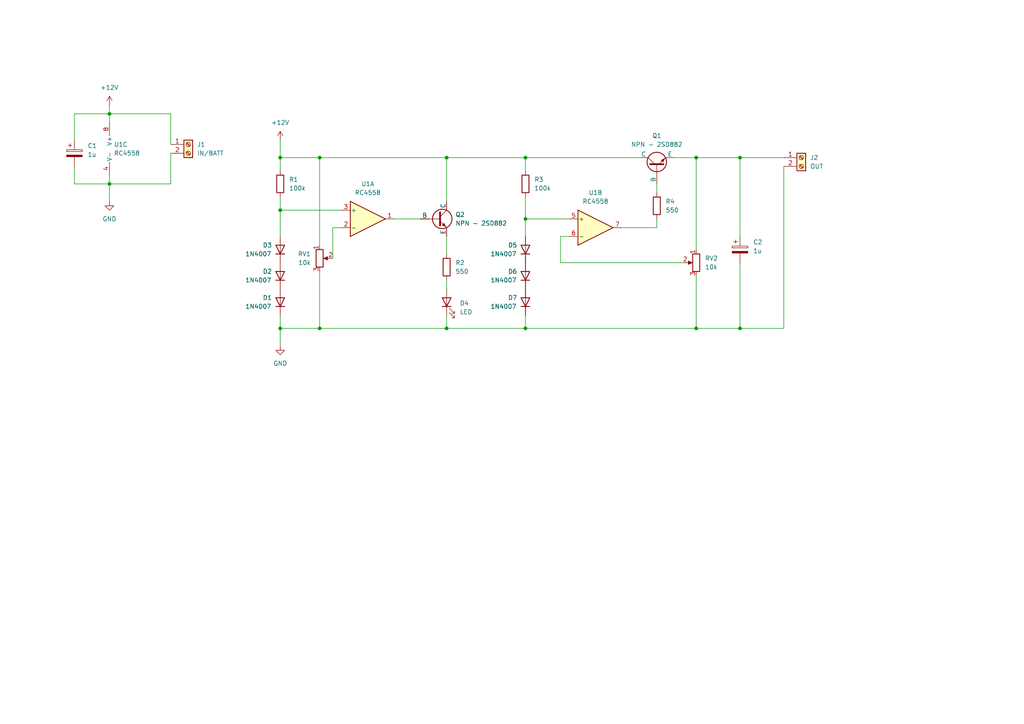
<source format=kicad_sch>
(kicad_sch (version 20230121) (generator eeschema)
  (paper "A4")
  (lib_symbols
    (symbol "Amplifier_Operational:RC4558" (pin_names (offset 0.127))
      (property "Reference" "U" (at 0 5.08 0))
      (property "Value" "RC4558" (at 0 -5.08 0))
      (symbol "RC4558_1_1"
        (polyline (pts (xy -5.08 5.08) (xy 5.08 0) (xy -5.08 -5.08) (xy -5.08 5.08)) (stroke (width 0.254)) (fill (type background)))
        (pin output line (at 7.62 0 180) (length 2.54) (name "~") (number "1"))
        (pin input line (at -7.62 -2.54 0) (length 2.54) (name "-") (number "2"))
        (pin input line (at -7.62 2.54 0) (length 2.54) (name "+") (number "3"))
      )
      (symbol "RC4558_2_1"
        (polyline (pts (xy -5.08 5.08) (xy 5.08 0) (xy -5.08 -5.08) (xy -5.08 5.08)) (stroke (width 0.254)) (fill (type background)))
        (pin input line (at -7.62 2.54 0) (length 2.54) (name "+") (number "5"))
        (pin input line (at -7.62 -2.54 0) (length 2.54) (name "-") (number "6"))
        (pin output line (at 7.62 0 180) (length 2.54) (name "~") (number "7"))
      )
      (symbol "RC4558_3_1"
        (pin power_in line (at -2.54 -7.62 90) (length 3.81) (name "V-") (number "4"))
        (pin power_in line (at -2.54 7.62 270) (length 3.81) (name "V+") (number "8"))
      )
    )
    (symbol "Connector:Screw_Terminal_01x02" (pin_names (offset 1.016) hide)
      (property "Reference" "J" (at 0 2.54 0))
      (property "Value" "Screw_Terminal_01x02" (at 0 -5.08 0))
      (symbol "Screw_Terminal_01x02_1_1"
        (rectangle (start -1.27 1.27) (end 1.27 -3.81) (stroke (width 0.254)) (fill (type background)))
        (circle (center 0 -2.54) (radius 0.635) (stroke (width 0.1524)))
        (polyline (pts (xy -0.5334 -2.2098) (xy 0.3302 -3.048)) (stroke (width 0.1524)))
        (polyline (pts (xy -0.5334 0.3302) (xy 0.3302 -0.508)) (stroke (width 0.1524)))
        (polyline (pts (xy -0.3556 -2.032) (xy 0.508 -2.8702)) (stroke (width 0.1524)))
        (polyline (pts (xy -0.3556 0.508) (xy 0.508 -0.3302)) (stroke (width 0.1524)))
        (circle (center 0 0) (radius 0.635) (stroke (width 0.1524)))
        (pin passive line (at -5.08 0 0) (length 3.81) (name "Pin_1") (number "1"))
        (pin passive line (at -5.08 -2.54 0) (length 3.81) (name "Pin_2") (number "2"))
      )
    )
    (symbol "Device:C_Polarized" (pin_numbers hide) (pin_names (offset 0.254))
      (property "Reference" "C" (at 0.635 2.54 0))
      (property "Value" "C_Polarized" (at 0.635 -2.54 0))
      (symbol "C_Polarized_0_1"
        (rectangle (start -2.286 0.508) (end 2.286 1.016))
        (polyline (pts (xy -1.778 2.286) (xy -0.762 2.286)))
        (polyline (pts (xy -1.27 2.794) (xy -1.27 1.778)))
        (rectangle (start 2.286 -0.508) (end -2.286 -1.016) (fill (type outline)))
      )
      (symbol "C_Polarized_1_1"
        (pin passive line (at 0 3.81 270) (length 2.794) (name "~") (number "1"))
        (pin passive line (at 0 -3.81 90) (length 2.794) (name "~") (number "2"))
      )
    )
    (symbol "Device:LED" (pin_numbers hide) (pin_names (offset 1.016) hide)
      (property "Reference" "D" (at 0 2.54 0))
      (property "Value" "LED" (at 0 -2.54 0))
      (symbol "LED_0_1"
        (polyline (pts (xy -1.27 -1.27) (xy -1.27 1.27)) (stroke (width 0.254)))
        (polyline (pts (xy -1.27 0) (xy 1.27 0)))
        (polyline (pts (xy 1.27 -1.27) (xy 1.27 1.27) (xy -1.27 0) (xy 1.27 -1.27)) (stroke (width 0.254)))
        (polyline (pts (xy -3.048 -0.762) (xy -4.572 -2.286) (xy -3.81 -2.286) (xy -4.572 -2.286) (xy -4.572 -1.524)))
        (polyline (pts (xy -1.778 -0.762) (xy -3.302 -2.286) (xy -2.54 -2.286) (xy -3.302 -2.286) (xy -3.302 -1.524)))
      )
      (symbol "LED_1_1"
        (pin passive line (at -3.81 0 0) (length 2.54) (name "K") (number "1"))
        (pin passive line (at 3.81 0 180) (length 2.54) (name "A") (number "2"))
      )
    )
    (symbol "Device:R" (pin_numbers hide) (pin_names (offset 0))
      (property "Reference" "R" (at 2.032 0 90))
      (property "Value" "R" (at 0 0 90))
      (symbol "R_0_1"
        (rectangle (start -1.016 -2.54) (end 1.016 2.54) (stroke (width 0.254)))
      )
      (symbol "R_1_1"
        (pin passive line (at 0 3.81 270) (length 1.27) (name "~") (number "1"))
        (pin passive line (at 0 -3.81 90) (length 1.27) (name "~") (number "2"))
      )
    )
    (symbol "Device:R_Potentiometer" (pin_names (offset 1.016) hide)
      (property "Reference" "RV" (at -4.445 0 90))
      (property "Value" "R_Potentiometer" (at -2.54 0 90))
      (symbol "R_Potentiometer_0_1"
        (polyline (pts (xy 2.54 0) (xy 1.524 0)))
        (polyline (pts (xy 1.143 0) (xy 2.286 0.508) (xy 2.286 -0.508) (xy 1.143 0)) (fill (type outline)))
        (rectangle (start 1.016 2.54) (end -1.016 -2.54) (stroke (width 0.254)))
      )
      (symbol "R_Potentiometer_1_1"
        (pin passive line (at 0 3.81 270) (length 1.27) (name "1") (number "1"))
        (pin passive line (at 3.81 0 180) (length 1.27) (name "2") (number "2"))
        (pin passive line (at 0 -3.81 90) (length 1.27) (name "3") (number "3"))
      )
    )
    (symbol "Diode:1N4007" (pin_numbers hide) (pin_names hide)
      (property "Reference" "D" (at 0 2.54 0))
      (property "Value" "1N4007" (at 0 -2.54 0))
      (symbol "1N4007_0_1"
        (polyline (pts (xy -1.27 1.27) (xy -1.27 -1.27)) (stroke (width 0.254)))
        (polyline (pts (xy 1.27 0) (xy -1.27 0)))
        (polyline (pts (xy 1.27 1.27) (xy 1.27 -1.27) (xy -1.27 0) (xy 1.27 1.27)) (stroke (width 0.254)))
      )
      (symbol "1N4007_1_1"
        (pin passive line (at -3.81 0 0) (length 2.54) (name "K") (number "1"))
        (pin passive line (at 3.81 0 180) (length 2.54) (name "A") (number "2"))
      )
    )
    (symbol "Simulation_SPICE:NPN" (pin_numbers hide) (pin_names (offset 0))
      (property "Reference" "Q" (at -2.54 7.62 0))
      (property "Value" "NPN" (at -2.54 5.08 0))
      (symbol "NPN_0_1"
        (polyline (pts (xy -2.54 0) (xy 0.635 0)) (stroke (width 0.1524)))
        (polyline (pts (xy 0.635 0.635) (xy 2.54 2.54)))
        (polyline (pts (xy 2.794 -1.27) (xy 2.794 -1.27)) (stroke (width 0.1524)))
        (polyline (pts (xy 2.794 -1.27) (xy 2.794 -1.27)) (stroke (width 0.1524)))
        (polyline (pts (xy 0.635 -0.635) (xy 2.54 -2.54) (xy 2.54 -2.54)))
        (polyline (pts (xy 0.635 1.905) (xy 0.635 -1.905) (xy 0.635 -1.905)) (stroke (width 0.508)))
        (polyline (pts (xy 1.27 -1.778) (xy 1.778 -1.27) (xy 2.286 -2.286) (xy 1.27 -1.778) (xy 1.27 -1.778)) (fill (type outline)))
        (circle (center 1.27 0) (radius 2.8194) (stroke (width 0.254)))
      )
      (symbol "NPN_1_1"
        (pin open_collector line (at 2.54 5.08 270) (length 2.54) (name "C") (number "1"))
        (pin input line (at -5.08 0 0) (length 2.54) (name "B") (number "2"))
        (pin open_emitter line (at 2.54 -5.08 90) (length 2.54) (name "E") (number "3"))
      )
    )
    (symbol "power:+12V" (power) (pin_names (offset 0))
      (property "Value" "+12V" (at 0 3.556 0))
      (symbol "+12V_0_1"
        (polyline (pts (xy -0.762 1.27) (xy 0 2.54)))
        (polyline (pts (xy 0 0) (xy 0 2.54)))
        (polyline (pts (xy 0 2.54) (xy 0.762 1.27)))
      )
      (symbol "+12V_1_1"
        (pin power_in line (at 0 0 90) (length 0) hide (name "+12V") (number "1"))
      )
    )
    (symbol "power:GND" (power) (pin_names (offset 0))
      (property "Value" "GND" (at 0 -3.81 0))
      (symbol "GND_0_1"
        (polyline (pts (xy 0 0) (xy 0 -1.27) (xy 1.27 -1.27) (xy 0 -2.54) (xy -1.27 -1.27) (xy 0 -1.27)))
      )
      (symbol "GND_1_1"
        (pin power_in line (at 0 0 270) (length 0) hide (name "GND") (number "1"))
      )
    )
  )
  (junction (at 129.54 95.25))
  (junction (at 201.93 45.72))
  (junction (at 31.75 33.02))
  (junction (at 214.63 95.25))
  (junction (at 201.93 95.25))
  (junction (at 152.4 45.72))
  (junction (at 81.28 95.25))
  (junction (at 129.54 45.72))
  (junction (at 92.71 95.25))
  (junction (at 214.63 45.72))
  (junction (at 31.75 53.34))
  (junction (at 81.28 60.96))
  (junction (at 81.28 45.72))
  (junction (at 92.71 45.72))
  (junction (at 152.4 63.5))
  (junction (at 152.4 95.25))
  (wire (pts (xy 190.5 66.04) (xy 190.5 63.5)))
  (wire (pts (xy 201.93 80.01) (xy 201.93 95.25)))
  (wire (pts (xy 152.4 45.72) (xy 129.54 45.72)))
  (wire (pts (xy 81.28 60.96) (xy 99.06 60.96)))
  (wire (pts (xy 152.4 63.5) (xy 152.4 68.58)))
  (wire (pts (xy 49.53 53.34) (xy 31.75 53.34)))
  (wire (pts (xy 81.28 40.64) (xy 81.28 45.72)))
  (wire (pts (xy 81.28 91.44) (xy 81.28 95.25)))
  (wire (pts (xy 152.4 63.5) (xy 165.1 63.5)))
  (wire (pts (xy 114.3 63.5) (xy 121.92 63.5)))
  (wire (pts (xy 92.71 95.25) (xy 81.28 95.25)))
  (wire (pts (xy 92.71 95.25) (xy 129.54 95.25)))
  (wire (pts (xy 49.53 44.45) (xy 49.53 53.34)))
  (wire (pts (xy 21.59 40.64) (xy 21.59 33.02)))
  (wire (pts (xy 214.63 76.2) (xy 214.63 95.25)))
  (wire (pts (xy 214.63 68.58) (xy 214.63 45.72)))
  (wire (pts (xy 81.28 57.15) (xy 81.28 60.96)))
  (wire (pts (xy 92.71 45.72) (xy 81.28 45.72)))
  (wire (pts (xy 162.56 68.58) (xy 162.56 76.2)))
  (wire (pts (xy 129.54 81.28) (xy 129.54 83.82)))
  (wire (pts (xy 96.52 74.93) (xy 96.52 66.04)))
  (wire (pts (xy 31.75 33.02) (xy 31.75 35.56)))
  (wire (pts (xy 201.93 72.39) (xy 201.93 45.72)))
  (wire (pts (xy 227.33 95.25) (xy 214.63 95.25)))
  (wire (pts (xy 31.75 53.34) (xy 31.75 58.42)))
  (wire (pts (xy 180.34 66.04) (xy 190.5 66.04)))
  (wire (pts (xy 152.4 91.44) (xy 152.4 95.25)))
  (wire (pts (xy 129.54 45.72) (xy 129.54 58.42)))
  (wire (pts (xy 81.28 45.72) (xy 81.28 49.53)))
  (wire (pts (xy 31.75 30.48) (xy 31.75 33.02)))
  (wire (pts (xy 92.71 71.12) (xy 92.71 45.72)))
  (wire (pts (xy 214.63 45.72) (xy 227.33 45.72)))
  (wire (pts (xy 129.54 95.25) (xy 152.4 95.25)))
  (wire (pts (xy 152.4 57.15) (xy 152.4 63.5)))
  (wire (pts (xy 21.59 53.34) (xy 31.75 53.34)))
  (wire (pts (xy 162.56 76.2) (xy 198.12 76.2)))
  (wire (pts (xy 49.53 41.91) (xy 49.53 33.02)))
  (wire (pts (xy 21.59 48.26) (xy 21.59 53.34)))
  (wire (pts (xy 214.63 45.72) (xy 201.93 45.72)))
  (wire (pts (xy 201.93 45.72) (xy 195.58 45.72)))
  (wire (pts (xy 227.33 48.26) (xy 227.33 95.25)))
  (wire (pts (xy 129.54 45.72) (xy 92.71 45.72)))
  (wire (pts (xy 190.5 53.34) (xy 190.5 55.88)))
  (wire (pts (xy 201.93 95.25) (xy 152.4 95.25)))
  (wire (pts (xy 21.59 33.02) (xy 31.75 33.02)))
  (wire (pts (xy 129.54 91.44) (xy 129.54 95.25)))
  (wire (pts (xy 162.56 68.58) (xy 165.1 68.58)))
  (wire (pts (xy 129.54 68.58) (xy 129.54 73.66)))
  (wire (pts (xy 96.52 66.04) (xy 99.06 66.04)))
  (wire (pts (xy 31.75 50.8) (xy 31.75 53.34)))
  (wire (pts (xy 49.53 33.02) (xy 31.75 33.02)))
  (wire (pts (xy 152.4 45.72) (xy 185.42 45.72)))
  (wire (pts (xy 81.28 60.96) (xy 81.28 68.58)))
  (wire (pts (xy 214.63 95.25) (xy 201.93 95.25)))
  (wire (pts (xy 152.4 49.53) (xy 152.4 45.72)))
  (wire (pts (xy 81.28 95.25) (xy 81.28 100.33)))
  (wire (pts (xy 92.71 78.74) (xy 92.71 95.25)))
  (symbol (lib_id "Diode:1N4007") (at 81.28 87.63 90) (unit 1)
    (property "Reference" "D1" (at 76.2 86.36 90) (effects (justify right)))
    (property "Value" "1N4007" (at 71.12 88.9 90) (effects (justify right)))
    (property "Footprint" "Diode_THT:D_DO-41_SOD81_P10.16mm_Horizontal" (effects hide))
    (property "Datasheet" "http://www.vishay.com/docs/88503/1n4001.pdf" (effects hide))
    (property "Sim.Device" "D" (effects hide))
    (property "Sim.Pins" "1=K 2=A" (effects hide))
  )
  (symbol (lib_id "Simulation_SPICE:NPN") (at 127 63.5 0) (unit 1)
    (property "Reference" "Q2" (at 132.08 62.23 0) (effects (justify left)))
    (property "Value" "NPN - 2SD882" (at 132.08 64.77 0) (effects (justify left)))
    (property "Sim.Device" "NPN" (effects hide))
    (property "Sim.Type" "GUMMELPOON" (effects hide))
    (property "Sim.Pins" "1=C 2=B 3=E" (effects hide))
  )
  (symbol (lib_id "Device:R") (at 152.4 53.34 0) (unit 1)
    (property "Reference" "R3" (at 154.94 52.07 0) (effects (justify left)))
    (property "Value" "100k" (at 154.94 54.61 0) (effects (justify left)))
  )
  (symbol (lib_id "Connector:Screw_Terminal_01x02") (at 232.41 45.72 0) (unit 1)
    (property "Reference" "J2" (at 234.95 45.72 0) (effects (justify left)))
    (property "Value" "OUT" (at 234.95 48.26 0) (effects (justify left)))
  )
  (symbol (lib_id "Diode:1N4007") (at 152.4 72.39 90) (unit 1)
    (property "Reference" "D5" (at 147.32 71.12 90) (effects (justify right)))
    (property "Value" "1N4007" (at 142.24 73.66 90) (effects (justify right)))
    (property "Footprint" "Diode_THT:D_DO-41_SOD81_P10.16mm_Horizontal" (effects hide))
    (property "Datasheet" "http://www.vishay.com/docs/88503/1n4001.pdf" (effects hide))
    (property "Sim.Device" "D" (effects hide))
    (property "Sim.Pins" "1=K 2=A" (effects hide))
  )
  (symbol (lib_id "Device:R_Potentiometer") (at 201.93 76.2 0) (mirror y) (unit 1)
    (property "Reference" "RV2" (at 204.47 74.93 0) (effects (justify right)))
    (property "Value" "10k" (at 204.47 77.47 0) (effects (justify right)))
  )
  (symbol (lib_id "Amplifier_Operational:RC4558") (at 34.29 43.18 0) (unit 3)
    (property "Reference" "U1" (at 33.02 41.91 0) (effects (justify left)))
    (property "Value" "RC4558" (at 33.02 44.45 0) (effects (justify left)))
    (property "Datasheet" "http://www.ti.com/lit/ds/symlink/rc4558.pdf" (effects hide))
  )
  (symbol (lib_id "Device:R") (at 190.5 59.69 0) (unit 1)
    (property "Reference" "R4" (at 193.04 58.42 0) (effects (justify left)))
    (property "Value" "550" (at 193.04 60.96 0) (effects (justify left)))
  )
  (symbol (lib_id "Device:R") (at 81.28 53.34 0) (unit 1)
    (property "Reference" "R1" (at 83.82 52.07 0) (effects (justify left)))
    (property "Value" "100k" (at 83.82 54.61 0) (effects (justify left)))
  )
  (symbol (lib_id "Diode:1N4007") (at 81.28 80.01 90) (unit 1)
    (property "Reference" "D2" (at 76.2 78.74 90) (effects (justify right)))
    (property "Value" "1N4007" (at 71.12 81.28 90) (effects (justify right)))
    (property "Footprint" "Diode_THT:D_DO-41_SOD81_P10.16mm_Horizontal" (effects hide))
    (property "Datasheet" "http://www.vishay.com/docs/88503/1n4001.pdf" (effects hide))
    (property "Sim.Device" "D" (effects hide))
    (property "Sim.Pins" "1=K 2=A" (effects hide))
  )
  (symbol (lib_id "Device:LED") (at 129.54 87.63 90) (unit 1)
    (property "Reference" "D4" (at 133.35 87.9475 90) (effects (justify right)))
    (property "Value" "LED" (at 133.35 90.4875 90) (effects (justify right)))
  )
  (symbol (lib_id "power:+12V") (at 81.28 40.64 0) (unit 1)
    (property "Reference" "#PWR01" (effects hide))
    (property "Value" "+12V" (at 81.28 35.56 0))
  )
  (symbol (lib_id "Diode:1N4007") (at 152.4 87.63 90) (unit 1)
    (property "Reference" "D7" (at 147.32 86.36 90) (effects (justify right)))
    (property "Value" "1N4007" (at 142.24 88.9 90) (effects (justify right)))
    (property "Footprint" "Diode_THT:D_DO-41_SOD81_P10.16mm_Horizontal" (effects hide))
    (property "Datasheet" "http://www.vishay.com/docs/88503/1n4001.pdf" (effects hide))
    (property "Sim.Device" "D" (effects hide))
    (property "Sim.Pins" "1=K 2=A" (effects hide))
  )
  (symbol (lib_id "Diode:1N4007") (at 152.4 80.01 90) (unit 1)
    (property "Reference" "D6" (at 147.32 78.74 90) (effects (justify right)))
    (property "Value" "1N4007" (at 142.24 81.28 90) (effects (justify right)))
    (property "Footprint" "Diode_THT:D_DO-41_SOD81_P10.16mm_Horizontal" (effects hide))
    (property "Datasheet" "http://www.vishay.com/docs/88503/1n4001.pdf" (effects hide))
    (property "Sim.Device" "D" (effects hide))
    (property "Sim.Pins" "1=K 2=A" (effects hide))
  )
  (symbol (lib_id "Amplifier_Operational:RC4558") (at 172.72 66.04 0) (unit 2)
    (property "Reference" "U1" (at 172.72 55.88 0))
    (property "Value" "RC4558" (at 172.72 58.42 0))
    (property "Datasheet" "http://www.ti.com/lit/ds/symlink/rc4558.pdf" (effects hide))
  )
  (symbol (lib_id "Device:R") (at 129.54 77.47 0) (unit 1)
    (property "Reference" "R2" (at 132.08 76.2 0) (effects (justify left)))
    (property "Value" "550" (at 132.08 78.74 0) (effects (justify left)))
  )
  (symbol (lib_id "Simulation_SPICE:NPN") (at 190.5 48.26 90) (unit 1)
    (property "Reference" "Q1" (at 190.5 39.37 90))
    (property "Value" "NPN - 2SD882" (at 190.5 41.91 90))
    (property "Sim.Device" "NPN" (effects hide))
    (property "Sim.Type" "GUMMELPOON" (effects hide))
    (property "Sim.Pins" "1=C 2=B 3=E" (effects hide))
  )
  (symbol (lib_id "Diode:1N4007") (at 81.28 72.39 90) (unit 1)
    (property "Reference" "D3" (at 76.2 71.12 90) (effects (justify right)))
    (property "Value" "1N4007" (at 71.12 73.66 90) (effects (justify right)))
    (property "Footprint" "Diode_THT:D_DO-41_SOD81_P10.16mm_Horizontal" (effects hide))
    (property "Datasheet" "http://www.vishay.com/docs/88503/1n4001.pdf" (effects hide))
    (property "Sim.Device" "D" (effects hide))
    (property "Sim.Pins" "1=K 2=A" (effects hide))
  )
  (symbol (lib_id "power:GND") (at 81.28 100.33 0) (unit 1)
    (property "Reference" "#PWR02" (effects hide))
    (property "Value" "GND" (at 81.28 105.41 0))
  )
  (symbol (lib_id "power:+12V") (at 31.75 30.48 0) (unit 1)
    (property "Reference" "#PWR03" (effects hide))
    (property "Value" "+12V" (at 31.75 25.4 0))
  )
  (symbol (lib_id "Device:C_Polarized") (at 21.59 44.45 0) (unit 1)
    (property "Reference" "C1" (at 25.4 42.291 0) (effects (justify left)))
    (property "Value" "1u" (at 25.4 44.831 0) (effects (justify left)))
  )
  (symbol (lib_id "Device:C_Polarized") (at 214.63 72.39 0) (unit 1)
    (property "Reference" "C2" (at 218.44 70.231 0) (effects (justify left)))
    (property "Value" "1u" (at 218.44 72.771 0) (effects (justify left)))
  )
  (symbol (lib_id "Device:R_Potentiometer") (at 92.71 74.93 0) (unit 1)
    (property "Reference" "RV1" (at 90.17 73.66 0) (effects (justify right)))
    (property "Value" "10k" (at 90.17 76.2 0) (effects (justify right)))
  )
  (symbol (lib_id "power:GND") (at 31.75 58.42 0) (unit 1)
    (property "Reference" "#PWR04" (effects hide))
    (property "Value" "GND" (at 31.75 63.5 0))
  )
  (symbol (lib_id "Connector:Screw_Terminal_01x02") (at 54.61 41.91 0) (unit 1)
    (property "Reference" "J1" (at 57.15 41.91 0) (effects (justify left)))
    (property "Value" "IN/BATT" (at 57.15 44.45 0) (effects (justify left)))
  )
  (symbol (lib_id "Amplifier_Operational:RC4558") (at 106.68 63.5 0) (unit 1)
    (property "Reference" "U1" (at 106.68 53.34 0))
    (property "Value" "RC4558" (at 106.68 55.88 0))
    (property "Datasheet" "http://www.ti.com/lit/ds/symlink/rc4558.pdf" (effects hide))
  )
)
</source>
